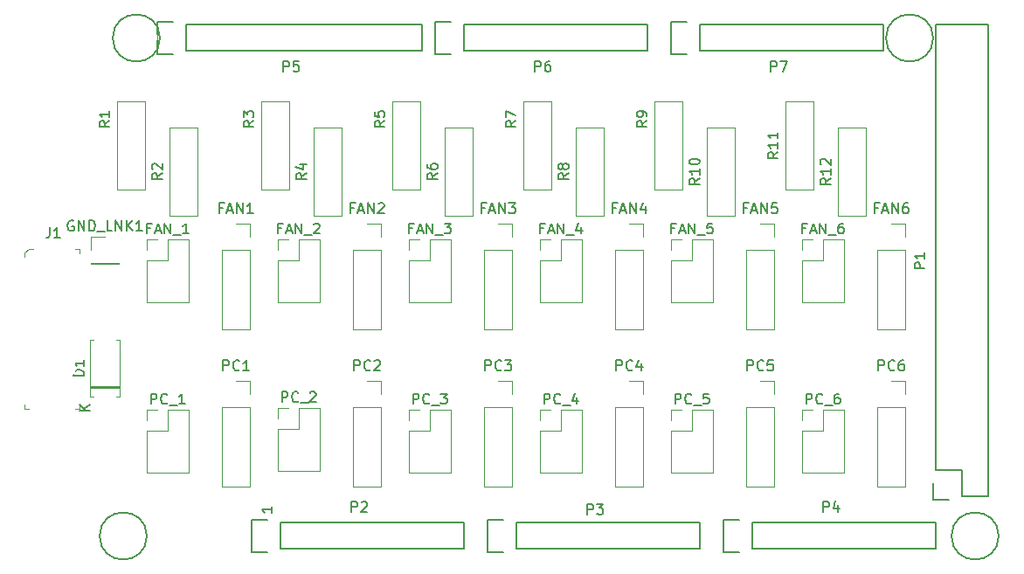
<source format=gto>
G04 #@! TF.GenerationSoftware,KiCad,Pcbnew,5.99.0+really5.1.10+dfsg1-1*
G04 #@! TF.CreationDate,2021-11-08T11:55:23-06:00*
G04 #@! TF.ProjectId,dell-fan,64656c6c-2d66-4616-9e2e-6b696361645f,rev?*
G04 #@! TF.SameCoordinates,Original*
G04 #@! TF.FileFunction,Legend,Top*
G04 #@! TF.FilePolarity,Positive*
%FSLAX46Y46*%
G04 Gerber Fmt 4.6, Leading zero omitted, Abs format (unit mm)*
G04 Created by KiCad (PCBNEW 5.99.0+really5.1.10+dfsg1-1) date 2021-11-08 11:55:23*
%MOMM*%
%LPD*%
G01*
G04 APERTURE LIST*
%ADD10C,0.150000*%
%ADD11C,0.100000*%
%ADD12C,0.120000*%
%ADD13C,2.000000*%
%ADD14C,1.600000*%
%ADD15R,1.700000X1.700000*%
%ADD16O,1.700000X1.700000*%
%ADD17O,1.350000X1.350000*%
%ADD18R,1.350000X1.350000*%
%ADD19R,1.800000X1.800000*%
%ADD20O,1.800000X1.800000*%
%ADD21C,1.727200*%
%ADD22O,1.727200X1.727200*%
%ADD23O,1.727200X2.032000*%
%ADD24C,4.064000*%
G04 APERTURE END LIST*
D10*
X131770380Y-116300285D02*
X131770380Y-116871714D01*
X131770380Y-116586000D02*
X130770380Y-116586000D01*
X130913238Y-116681238D01*
X131008476Y-116776476D01*
X131056095Y-116871714D01*
D11*
X107820000Y-91660000D02*
X108180000Y-91300000D01*
X113120000Y-106810000D02*
X113120000Y-106410000D01*
X113120000Y-106810000D02*
X112720000Y-106810000D01*
X107820000Y-106810000D02*
X108220000Y-106810000D01*
X107820000Y-106810000D02*
X107820000Y-106410000D01*
X107820000Y-91660000D02*
X107820000Y-92110000D01*
X108180000Y-91300000D02*
X108610000Y-91300000D01*
X113120000Y-91310000D02*
X113120000Y-91710000D01*
X113120000Y-91310000D02*
X112720000Y-91310000D01*
D12*
X173870000Y-88130000D02*
X173870000Y-79510000D01*
X176650000Y-88130000D02*
X176650000Y-79510000D01*
X173870000Y-88130000D02*
X176650000Y-88130000D01*
X173870000Y-79510000D02*
X176650000Y-79510000D01*
X114240000Y-90110000D02*
X115570000Y-90110000D01*
X114240000Y-91440000D02*
X114240000Y-90110000D01*
X114240000Y-92710000D02*
X116900000Y-92710000D01*
X116900000Y-92710000D02*
X116900000Y-92770000D01*
X114240000Y-92710000D02*
X114240000Y-92770000D01*
X114240000Y-92770000D02*
X116900000Y-92770000D01*
X190440000Y-91440000D02*
X193100000Y-91440000D01*
X190440000Y-91440000D02*
X190440000Y-99120000D01*
X190440000Y-99120000D02*
X193100000Y-99120000D01*
X193100000Y-91440000D02*
X193100000Y-99120000D01*
X193100000Y-88840000D02*
X193100000Y-90170000D01*
X191770000Y-88840000D02*
X193100000Y-88840000D01*
X177740000Y-91440000D02*
X180400000Y-91440000D01*
X177740000Y-91440000D02*
X177740000Y-99120000D01*
X177740000Y-99120000D02*
X180400000Y-99120000D01*
X180400000Y-91440000D02*
X180400000Y-99120000D01*
X180400000Y-88840000D02*
X180400000Y-90170000D01*
X179070000Y-88840000D02*
X180400000Y-88840000D01*
X165040000Y-91440000D02*
X167700000Y-91440000D01*
X165040000Y-91440000D02*
X165040000Y-99120000D01*
X165040000Y-99120000D02*
X167700000Y-99120000D01*
X167700000Y-91440000D02*
X167700000Y-99120000D01*
X167700000Y-88840000D02*
X167700000Y-90170000D01*
X166370000Y-88840000D02*
X167700000Y-88840000D01*
X152340000Y-91440000D02*
X155000000Y-91440000D01*
X152340000Y-91440000D02*
X152340000Y-99120000D01*
X152340000Y-99120000D02*
X155000000Y-99120000D01*
X155000000Y-91440000D02*
X155000000Y-99120000D01*
X155000000Y-88840000D02*
X155000000Y-90170000D01*
X153670000Y-88840000D02*
X155000000Y-88840000D01*
X139640000Y-91440000D02*
X142300000Y-91440000D01*
X139640000Y-91440000D02*
X139640000Y-99120000D01*
X139640000Y-99120000D02*
X142300000Y-99120000D01*
X142300000Y-91440000D02*
X142300000Y-99120000D01*
X142300000Y-88840000D02*
X142300000Y-90170000D01*
X140970000Y-88840000D02*
X142300000Y-88840000D01*
X126940000Y-91440000D02*
X129600000Y-91440000D01*
X126940000Y-91440000D02*
X126940000Y-99120000D01*
X126940000Y-99120000D02*
X129600000Y-99120000D01*
X129600000Y-91440000D02*
X129600000Y-99120000D01*
X129600000Y-88840000D02*
X129600000Y-90170000D01*
X128270000Y-88840000D02*
X129600000Y-88840000D01*
X183090000Y-113010000D02*
X187210000Y-113010000D01*
X183090000Y-108950000D02*
X183090000Y-113010000D01*
X187210000Y-106890000D02*
X187210000Y-113010000D01*
X183090000Y-108950000D02*
X185150000Y-108950000D01*
X185150000Y-108950000D02*
X185150000Y-106890000D01*
X185150000Y-106890000D02*
X187210000Y-106890000D01*
X183090000Y-107950000D02*
X183090000Y-106890000D01*
X183090000Y-106890000D02*
X184150000Y-106890000D01*
X170390000Y-113010000D02*
X174510000Y-113010000D01*
X170390000Y-108950000D02*
X170390000Y-113010000D01*
X174510000Y-106890000D02*
X174510000Y-113010000D01*
X170390000Y-108950000D02*
X172450000Y-108950000D01*
X172450000Y-108950000D02*
X172450000Y-106890000D01*
X172450000Y-106890000D02*
X174510000Y-106890000D01*
X170390000Y-107950000D02*
X170390000Y-106890000D01*
X170390000Y-106890000D02*
X171450000Y-106890000D01*
X157690000Y-113010000D02*
X161810000Y-113010000D01*
X157690000Y-108950000D02*
X157690000Y-113010000D01*
X161810000Y-106890000D02*
X161810000Y-113010000D01*
X157690000Y-108950000D02*
X159750000Y-108950000D01*
X159750000Y-108950000D02*
X159750000Y-106890000D01*
X159750000Y-106890000D02*
X161810000Y-106890000D01*
X157690000Y-107950000D02*
X157690000Y-106890000D01*
X157690000Y-106890000D02*
X158750000Y-106890000D01*
X144990000Y-113010000D02*
X149110000Y-113010000D01*
X144990000Y-108950000D02*
X144990000Y-113010000D01*
X149110000Y-106890000D02*
X149110000Y-113010000D01*
X144990000Y-108950000D02*
X147050000Y-108950000D01*
X147050000Y-108950000D02*
X147050000Y-106890000D01*
X147050000Y-106890000D02*
X149110000Y-106890000D01*
X144990000Y-107950000D02*
X144990000Y-106890000D01*
X144990000Y-106890000D02*
X146050000Y-106890000D01*
X190440000Y-106680000D02*
X193100000Y-106680000D01*
X190440000Y-106680000D02*
X190440000Y-114360000D01*
X190440000Y-114360000D02*
X193100000Y-114360000D01*
X193100000Y-106680000D02*
X193100000Y-114360000D01*
X193100000Y-104080000D02*
X193100000Y-105410000D01*
X191770000Y-104080000D02*
X193100000Y-104080000D01*
X177740000Y-106680000D02*
X180400000Y-106680000D01*
X177740000Y-106680000D02*
X177740000Y-114360000D01*
X177740000Y-114360000D02*
X180400000Y-114360000D01*
X180400000Y-106680000D02*
X180400000Y-114360000D01*
X180400000Y-104080000D02*
X180400000Y-105410000D01*
X179070000Y-104080000D02*
X180400000Y-104080000D01*
X165040000Y-106680000D02*
X167700000Y-106680000D01*
X165040000Y-106680000D02*
X165040000Y-114360000D01*
X165040000Y-114360000D02*
X167700000Y-114360000D01*
X167700000Y-106680000D02*
X167700000Y-114360000D01*
X167700000Y-104080000D02*
X167700000Y-105410000D01*
X166370000Y-104080000D02*
X167700000Y-104080000D01*
X152340000Y-106680000D02*
X155000000Y-106680000D01*
X152340000Y-106680000D02*
X152340000Y-114360000D01*
X152340000Y-114360000D02*
X155000000Y-114360000D01*
X155000000Y-106680000D02*
X155000000Y-114360000D01*
X155000000Y-104080000D02*
X155000000Y-105410000D01*
X153670000Y-104080000D02*
X155000000Y-104080000D01*
X139640000Y-106680000D02*
X142300000Y-106680000D01*
X139640000Y-106680000D02*
X139640000Y-114360000D01*
X139640000Y-114360000D02*
X142300000Y-114360000D01*
X142300000Y-106680000D02*
X142300000Y-114360000D01*
X142300000Y-104080000D02*
X142300000Y-105410000D01*
X140970000Y-104080000D02*
X142300000Y-104080000D01*
X184270000Y-76970000D02*
X184270000Y-85590000D01*
X181490000Y-76970000D02*
X181490000Y-85590000D01*
X184270000Y-76970000D02*
X181490000Y-76970000D01*
X184270000Y-85590000D02*
X181490000Y-85590000D01*
X186570000Y-88130000D02*
X186570000Y-79510000D01*
X189350000Y-88130000D02*
X189350000Y-79510000D01*
X186570000Y-88130000D02*
X189350000Y-88130000D01*
X186570000Y-79510000D02*
X189350000Y-79510000D01*
X171570000Y-76970000D02*
X171570000Y-85590000D01*
X168790000Y-76970000D02*
X168790000Y-85590000D01*
X171570000Y-76970000D02*
X168790000Y-76970000D01*
X171570000Y-85590000D02*
X168790000Y-85590000D01*
X161170000Y-88130000D02*
X161170000Y-79510000D01*
X163950000Y-88130000D02*
X163950000Y-79510000D01*
X161170000Y-88130000D02*
X163950000Y-88130000D01*
X161170000Y-79510000D02*
X163950000Y-79510000D01*
X158870000Y-76970000D02*
X158870000Y-85590000D01*
X156090000Y-76970000D02*
X156090000Y-85590000D01*
X158870000Y-76970000D02*
X156090000Y-76970000D01*
X158870000Y-85590000D02*
X156090000Y-85590000D01*
X148470000Y-88130000D02*
X148470000Y-79510000D01*
X151250000Y-88130000D02*
X151250000Y-79510000D01*
X148470000Y-88130000D02*
X151250000Y-88130000D01*
X148470000Y-79510000D02*
X151250000Y-79510000D01*
X146170000Y-76970000D02*
X146170000Y-85590000D01*
X143390000Y-76970000D02*
X143390000Y-85590000D01*
X146170000Y-76970000D02*
X143390000Y-76970000D01*
X146170000Y-85590000D02*
X143390000Y-85590000D01*
X135770000Y-88130000D02*
X135770000Y-79510000D01*
X138550000Y-88130000D02*
X138550000Y-79510000D01*
X135770000Y-88130000D02*
X138550000Y-88130000D01*
X135770000Y-79510000D02*
X138550000Y-79510000D01*
X133470000Y-76970000D02*
X133470000Y-85590000D01*
X130690000Y-76970000D02*
X130690000Y-85590000D01*
X133470000Y-76970000D02*
X130690000Y-76970000D01*
X133470000Y-85590000D02*
X130690000Y-85590000D01*
X132290000Y-112820000D02*
X136410000Y-112820000D01*
X132290000Y-108760000D02*
X132290000Y-112820000D01*
X136410000Y-106700000D02*
X136410000Y-112820000D01*
X132290000Y-108760000D02*
X134350000Y-108760000D01*
X134350000Y-108760000D02*
X134350000Y-106700000D01*
X134350000Y-106700000D02*
X136410000Y-106700000D01*
X132290000Y-107760000D02*
X132290000Y-106700000D01*
X132290000Y-106700000D02*
X133350000Y-106700000D01*
X126940000Y-106680000D02*
X129600000Y-106680000D01*
X126940000Y-106680000D02*
X126940000Y-114360000D01*
X126940000Y-114360000D02*
X129600000Y-114360000D01*
X129600000Y-106680000D02*
X129600000Y-114360000D01*
X129600000Y-104080000D02*
X129600000Y-105410000D01*
X128270000Y-104080000D02*
X129600000Y-104080000D01*
X183090000Y-96500000D02*
X187210000Y-96500000D01*
X183090000Y-92440000D02*
X183090000Y-96500000D01*
X187210000Y-90380000D02*
X187210000Y-96500000D01*
X183090000Y-92440000D02*
X185150000Y-92440000D01*
X185150000Y-92440000D02*
X185150000Y-90380000D01*
X185150000Y-90380000D02*
X187210000Y-90380000D01*
X183090000Y-91440000D02*
X183090000Y-90380000D01*
X183090000Y-90380000D02*
X184150000Y-90380000D01*
X170390000Y-96500000D02*
X174510000Y-96500000D01*
X170390000Y-92440000D02*
X170390000Y-96500000D01*
X174510000Y-90380000D02*
X174510000Y-96500000D01*
X170390000Y-92440000D02*
X172450000Y-92440000D01*
X172450000Y-92440000D02*
X172450000Y-90380000D01*
X172450000Y-90380000D02*
X174510000Y-90380000D01*
X170390000Y-91440000D02*
X170390000Y-90380000D01*
X170390000Y-90380000D02*
X171450000Y-90380000D01*
X157690000Y-96500000D02*
X161810000Y-96500000D01*
X157690000Y-92440000D02*
X157690000Y-96500000D01*
X161810000Y-90380000D02*
X161810000Y-96500000D01*
X157690000Y-92440000D02*
X159750000Y-92440000D01*
X159750000Y-92440000D02*
X159750000Y-90380000D01*
X159750000Y-90380000D02*
X161810000Y-90380000D01*
X157690000Y-91440000D02*
X157690000Y-90380000D01*
X157690000Y-90380000D02*
X158750000Y-90380000D01*
X144990000Y-96500000D02*
X149110000Y-96500000D01*
X144990000Y-92440000D02*
X144990000Y-96500000D01*
X149110000Y-90380000D02*
X149110000Y-96500000D01*
X144990000Y-92440000D02*
X147050000Y-92440000D01*
X147050000Y-92440000D02*
X147050000Y-90380000D01*
X147050000Y-90380000D02*
X149110000Y-90380000D01*
X144990000Y-91440000D02*
X144990000Y-90380000D01*
X144990000Y-90380000D02*
X146050000Y-90380000D01*
X132290000Y-96500000D02*
X136410000Y-96500000D01*
X132290000Y-92440000D02*
X132290000Y-96500000D01*
X136410000Y-90380000D02*
X136410000Y-96500000D01*
X132290000Y-92440000D02*
X134350000Y-92440000D01*
X134350000Y-92440000D02*
X134350000Y-90380000D01*
X134350000Y-90380000D02*
X136410000Y-90380000D01*
X132290000Y-91440000D02*
X132290000Y-90380000D01*
X132290000Y-90380000D02*
X133350000Y-90380000D01*
X114100000Y-104810000D02*
X117040000Y-104810000D01*
X114100000Y-104570000D02*
X117040000Y-104570000D01*
X114100000Y-104690000D02*
X117040000Y-104690000D01*
X117040000Y-100150000D02*
X116710000Y-100150000D01*
X117040000Y-105590000D02*
X117040000Y-100150000D01*
X116710000Y-105590000D02*
X117040000Y-105590000D01*
X114100000Y-100150000D02*
X114430000Y-100150000D01*
X114100000Y-105590000D02*
X114100000Y-100150000D01*
X114430000Y-105590000D02*
X114100000Y-105590000D01*
X121800000Y-88130000D02*
X121800000Y-79510000D01*
X124580000Y-88130000D02*
X124580000Y-79510000D01*
X121800000Y-88130000D02*
X124580000Y-88130000D01*
X121800000Y-79510000D02*
X124580000Y-79510000D01*
X119590000Y-113010000D02*
X123710000Y-113010000D01*
X119590000Y-108950000D02*
X119590000Y-113010000D01*
X123710000Y-106890000D02*
X123710000Y-113010000D01*
X119590000Y-108950000D02*
X121650000Y-108950000D01*
X121650000Y-108950000D02*
X121650000Y-106890000D01*
X121650000Y-106890000D02*
X123710000Y-106890000D01*
X119590000Y-107950000D02*
X119590000Y-106890000D01*
X119590000Y-106890000D02*
X120650000Y-106890000D01*
X119590000Y-96500000D02*
X123710000Y-96500000D01*
X119590000Y-92440000D02*
X119590000Y-96500000D01*
X123710000Y-90380000D02*
X123710000Y-96500000D01*
X119590000Y-92440000D02*
X121650000Y-92440000D01*
X121650000Y-92440000D02*
X121650000Y-90380000D01*
X121650000Y-90380000D02*
X123710000Y-90380000D01*
X119590000Y-91440000D02*
X119590000Y-90380000D01*
X119590000Y-90380000D02*
X120650000Y-90380000D01*
X119500000Y-85590000D02*
X116720000Y-85590000D01*
X119500000Y-76970000D02*
X116720000Y-76970000D01*
X116720000Y-76970000D02*
X116720000Y-85590000D01*
X119500000Y-76970000D02*
X119500000Y-85590000D01*
D10*
X201168000Y-115316000D02*
X201168000Y-69596000D01*
X196088000Y-69596000D02*
X196088000Y-112776000D01*
X201168000Y-69596000D02*
X196088000Y-69596000D01*
X201168000Y-115316000D02*
X198628000Y-115316000D01*
X195808000Y-114046000D02*
X195808000Y-115596000D01*
X198628000Y-115316000D02*
X198628000Y-112776000D01*
X198628000Y-112776000D02*
X196088000Y-112776000D01*
X195808000Y-115596000D02*
X197358000Y-115596000D01*
X132588000Y-120396000D02*
X150368000Y-120396000D01*
X150368000Y-120396000D02*
X150368000Y-117856000D01*
X150368000Y-117856000D02*
X132588000Y-117856000D01*
X129768000Y-120676000D02*
X131318000Y-120676000D01*
X132588000Y-120396000D02*
X132588000Y-117856000D01*
X131318000Y-117576000D02*
X129768000Y-117576000D01*
X129768000Y-117576000D02*
X129768000Y-120676000D01*
X155448000Y-120396000D02*
X173228000Y-120396000D01*
X173228000Y-120396000D02*
X173228000Y-117856000D01*
X173228000Y-117856000D02*
X155448000Y-117856000D01*
X152628000Y-120676000D02*
X154178000Y-120676000D01*
X155448000Y-120396000D02*
X155448000Y-117856000D01*
X154178000Y-117576000D02*
X152628000Y-117576000D01*
X152628000Y-117576000D02*
X152628000Y-120676000D01*
X178308000Y-120396000D02*
X196088000Y-120396000D01*
X196088000Y-120396000D02*
X196088000Y-117856000D01*
X196088000Y-117856000D02*
X178308000Y-117856000D01*
X175488000Y-120676000D02*
X177038000Y-120676000D01*
X178308000Y-120396000D02*
X178308000Y-117856000D01*
X177038000Y-117576000D02*
X175488000Y-117576000D01*
X175488000Y-117576000D02*
X175488000Y-120676000D01*
X123444000Y-72136000D02*
X146304000Y-72136000D01*
X146304000Y-72136000D02*
X146304000Y-69596000D01*
X146304000Y-69596000D02*
X123444000Y-69596000D01*
X120624000Y-72416000D02*
X122174000Y-72416000D01*
X123444000Y-72136000D02*
X123444000Y-69596000D01*
X122174000Y-69316000D02*
X120624000Y-69316000D01*
X120624000Y-69316000D02*
X120624000Y-72416000D01*
X150368000Y-72136000D02*
X168148000Y-72136000D01*
X168148000Y-72136000D02*
X168148000Y-69596000D01*
X168148000Y-69596000D02*
X150368000Y-69596000D01*
X147548000Y-72416000D02*
X149098000Y-72416000D01*
X150368000Y-72136000D02*
X150368000Y-69596000D01*
X149098000Y-69316000D02*
X147548000Y-69316000D01*
X147548000Y-69316000D02*
X147548000Y-72416000D01*
X173228000Y-72136000D02*
X191008000Y-72136000D01*
X191008000Y-72136000D02*
X191008000Y-69596000D01*
X191008000Y-69596000D02*
X173228000Y-69596000D01*
X170408000Y-72416000D02*
X171958000Y-72416000D01*
X173228000Y-72136000D02*
X173228000Y-69596000D01*
X171958000Y-69316000D02*
X170408000Y-69316000D01*
X170408000Y-69316000D02*
X170408000Y-72416000D01*
X119634000Y-119126000D02*
G75*
G03*
X119634000Y-119126000I-2286000J0D01*
G01*
X202184000Y-119126000D02*
G75*
G03*
X202184000Y-119126000I-2286000J0D01*
G01*
X120904000Y-70866000D02*
G75*
G03*
X120904000Y-70866000I-2286000J0D01*
G01*
X195834000Y-70866000D02*
G75*
G03*
X195834000Y-70866000I-2286000J0D01*
G01*
X110236666Y-89232380D02*
X110236666Y-89946666D01*
X110189047Y-90089523D01*
X110093809Y-90184761D01*
X109950952Y-90232380D01*
X109855714Y-90232380D01*
X111236666Y-90232380D02*
X110665238Y-90232380D01*
X110950952Y-90232380D02*
X110950952Y-89232380D01*
X110855714Y-89375238D01*
X110760476Y-89470476D01*
X110665238Y-89518095D01*
X173192380Y-84462857D02*
X172716190Y-84796190D01*
X173192380Y-85034285D02*
X172192380Y-85034285D01*
X172192380Y-84653333D01*
X172240000Y-84558095D01*
X172287619Y-84510476D01*
X172382857Y-84462857D01*
X172525714Y-84462857D01*
X172620952Y-84510476D01*
X172668571Y-84558095D01*
X172716190Y-84653333D01*
X172716190Y-85034285D01*
X173192380Y-83510476D02*
X173192380Y-84081904D01*
X173192380Y-83796190D02*
X172192380Y-83796190D01*
X172335238Y-83891428D01*
X172430476Y-83986666D01*
X172478095Y-84081904D01*
X172192380Y-82891428D02*
X172192380Y-82796190D01*
X172240000Y-82700952D01*
X172287619Y-82653333D01*
X172382857Y-82605714D01*
X172573333Y-82558095D01*
X172811428Y-82558095D01*
X173001904Y-82605714D01*
X173097142Y-82653333D01*
X173144761Y-82700952D01*
X173192380Y-82796190D01*
X173192380Y-82891428D01*
X173144761Y-82986666D01*
X173097142Y-83034285D01*
X173001904Y-83081904D01*
X172811428Y-83129523D01*
X172573333Y-83129523D01*
X172382857Y-83081904D01*
X172287619Y-83034285D01*
X172240000Y-82986666D01*
X172192380Y-82891428D01*
X112522380Y-88610000D02*
X112427142Y-88562380D01*
X112284285Y-88562380D01*
X112141428Y-88610000D01*
X112046190Y-88705238D01*
X111998571Y-88800476D01*
X111950952Y-88990952D01*
X111950952Y-89133809D01*
X111998571Y-89324285D01*
X112046190Y-89419523D01*
X112141428Y-89514761D01*
X112284285Y-89562380D01*
X112379523Y-89562380D01*
X112522380Y-89514761D01*
X112570000Y-89467142D01*
X112570000Y-89133809D01*
X112379523Y-89133809D01*
X112998571Y-89562380D02*
X112998571Y-88562380D01*
X113570000Y-89562380D01*
X113570000Y-88562380D01*
X114046190Y-89562380D02*
X114046190Y-88562380D01*
X114284285Y-88562380D01*
X114427142Y-88610000D01*
X114522380Y-88705238D01*
X114570000Y-88800476D01*
X114617619Y-88990952D01*
X114617619Y-89133809D01*
X114570000Y-89324285D01*
X114522380Y-89419523D01*
X114427142Y-89514761D01*
X114284285Y-89562380D01*
X114046190Y-89562380D01*
X114808095Y-89657619D02*
X115570000Y-89657619D01*
X116284285Y-89562380D02*
X115808095Y-89562380D01*
X115808095Y-88562380D01*
X116617619Y-89562380D02*
X116617619Y-88562380D01*
X117189047Y-89562380D01*
X117189047Y-88562380D01*
X117665238Y-89562380D02*
X117665238Y-88562380D01*
X118236666Y-89562380D02*
X117808095Y-88990952D01*
X118236666Y-88562380D02*
X117665238Y-89133809D01*
X119189047Y-89562380D02*
X118617619Y-89562380D01*
X118903333Y-89562380D02*
X118903333Y-88562380D01*
X118808095Y-88705238D01*
X118712857Y-88800476D01*
X118617619Y-88848095D01*
X190484285Y-87328571D02*
X190150952Y-87328571D01*
X190150952Y-87852380D02*
X190150952Y-86852380D01*
X190627142Y-86852380D01*
X190960476Y-87566666D02*
X191436666Y-87566666D01*
X190865238Y-87852380D02*
X191198571Y-86852380D01*
X191531904Y-87852380D01*
X191865238Y-87852380D02*
X191865238Y-86852380D01*
X192436666Y-87852380D01*
X192436666Y-86852380D01*
X193341428Y-86852380D02*
X193150952Y-86852380D01*
X193055714Y-86900000D01*
X193008095Y-86947619D01*
X192912857Y-87090476D01*
X192865238Y-87280952D01*
X192865238Y-87661904D01*
X192912857Y-87757142D01*
X192960476Y-87804761D01*
X193055714Y-87852380D01*
X193246190Y-87852380D01*
X193341428Y-87804761D01*
X193389047Y-87757142D01*
X193436666Y-87661904D01*
X193436666Y-87423809D01*
X193389047Y-87328571D01*
X193341428Y-87280952D01*
X193246190Y-87233333D01*
X193055714Y-87233333D01*
X192960476Y-87280952D01*
X192912857Y-87328571D01*
X192865238Y-87423809D01*
X177784285Y-87328571D02*
X177450952Y-87328571D01*
X177450952Y-87852380D02*
X177450952Y-86852380D01*
X177927142Y-86852380D01*
X178260476Y-87566666D02*
X178736666Y-87566666D01*
X178165238Y-87852380D02*
X178498571Y-86852380D01*
X178831904Y-87852380D01*
X179165238Y-87852380D02*
X179165238Y-86852380D01*
X179736666Y-87852380D01*
X179736666Y-86852380D01*
X180689047Y-86852380D02*
X180212857Y-86852380D01*
X180165238Y-87328571D01*
X180212857Y-87280952D01*
X180308095Y-87233333D01*
X180546190Y-87233333D01*
X180641428Y-87280952D01*
X180689047Y-87328571D01*
X180736666Y-87423809D01*
X180736666Y-87661904D01*
X180689047Y-87757142D01*
X180641428Y-87804761D01*
X180546190Y-87852380D01*
X180308095Y-87852380D01*
X180212857Y-87804761D01*
X180165238Y-87757142D01*
X165084285Y-87328571D02*
X164750952Y-87328571D01*
X164750952Y-87852380D02*
X164750952Y-86852380D01*
X165227142Y-86852380D01*
X165560476Y-87566666D02*
X166036666Y-87566666D01*
X165465238Y-87852380D02*
X165798571Y-86852380D01*
X166131904Y-87852380D01*
X166465238Y-87852380D02*
X166465238Y-86852380D01*
X167036666Y-87852380D01*
X167036666Y-86852380D01*
X167941428Y-87185714D02*
X167941428Y-87852380D01*
X167703333Y-86804761D02*
X167465238Y-87519047D01*
X168084285Y-87519047D01*
X152384285Y-87328571D02*
X152050952Y-87328571D01*
X152050952Y-87852380D02*
X152050952Y-86852380D01*
X152527142Y-86852380D01*
X152860476Y-87566666D02*
X153336666Y-87566666D01*
X152765238Y-87852380D02*
X153098571Y-86852380D01*
X153431904Y-87852380D01*
X153765238Y-87852380D02*
X153765238Y-86852380D01*
X154336666Y-87852380D01*
X154336666Y-86852380D01*
X154717619Y-86852380D02*
X155336666Y-86852380D01*
X155003333Y-87233333D01*
X155146190Y-87233333D01*
X155241428Y-87280952D01*
X155289047Y-87328571D01*
X155336666Y-87423809D01*
X155336666Y-87661904D01*
X155289047Y-87757142D01*
X155241428Y-87804761D01*
X155146190Y-87852380D01*
X154860476Y-87852380D01*
X154765238Y-87804761D01*
X154717619Y-87757142D01*
X139684285Y-87328571D02*
X139350952Y-87328571D01*
X139350952Y-87852380D02*
X139350952Y-86852380D01*
X139827142Y-86852380D01*
X140160476Y-87566666D02*
X140636666Y-87566666D01*
X140065238Y-87852380D02*
X140398571Y-86852380D01*
X140731904Y-87852380D01*
X141065238Y-87852380D02*
X141065238Y-86852380D01*
X141636666Y-87852380D01*
X141636666Y-86852380D01*
X142065238Y-86947619D02*
X142112857Y-86900000D01*
X142208095Y-86852380D01*
X142446190Y-86852380D01*
X142541428Y-86900000D01*
X142589047Y-86947619D01*
X142636666Y-87042857D01*
X142636666Y-87138095D01*
X142589047Y-87280952D01*
X142017619Y-87852380D01*
X142636666Y-87852380D01*
X126984285Y-87328571D02*
X126650952Y-87328571D01*
X126650952Y-87852380D02*
X126650952Y-86852380D01*
X127127142Y-86852380D01*
X127460476Y-87566666D02*
X127936666Y-87566666D01*
X127365238Y-87852380D02*
X127698571Y-86852380D01*
X128031904Y-87852380D01*
X128365238Y-87852380D02*
X128365238Y-86852380D01*
X128936666Y-87852380D01*
X128936666Y-86852380D01*
X129936666Y-87852380D02*
X129365238Y-87852380D01*
X129650952Y-87852380D02*
X129650952Y-86852380D01*
X129555714Y-86995238D01*
X129460476Y-87090476D01*
X129365238Y-87138095D01*
X183530952Y-106342380D02*
X183530952Y-105342380D01*
X183911904Y-105342380D01*
X184007142Y-105390000D01*
X184054761Y-105437619D01*
X184102380Y-105532857D01*
X184102380Y-105675714D01*
X184054761Y-105770952D01*
X184007142Y-105818571D01*
X183911904Y-105866190D01*
X183530952Y-105866190D01*
X185102380Y-106247142D02*
X185054761Y-106294761D01*
X184911904Y-106342380D01*
X184816666Y-106342380D01*
X184673809Y-106294761D01*
X184578571Y-106199523D01*
X184530952Y-106104285D01*
X184483333Y-105913809D01*
X184483333Y-105770952D01*
X184530952Y-105580476D01*
X184578571Y-105485238D01*
X184673809Y-105390000D01*
X184816666Y-105342380D01*
X184911904Y-105342380D01*
X185054761Y-105390000D01*
X185102380Y-105437619D01*
X185292857Y-106437619D02*
X186054761Y-106437619D01*
X186721428Y-105342380D02*
X186530952Y-105342380D01*
X186435714Y-105390000D01*
X186388095Y-105437619D01*
X186292857Y-105580476D01*
X186245238Y-105770952D01*
X186245238Y-106151904D01*
X186292857Y-106247142D01*
X186340476Y-106294761D01*
X186435714Y-106342380D01*
X186626190Y-106342380D01*
X186721428Y-106294761D01*
X186769047Y-106247142D01*
X186816666Y-106151904D01*
X186816666Y-105913809D01*
X186769047Y-105818571D01*
X186721428Y-105770952D01*
X186626190Y-105723333D01*
X186435714Y-105723333D01*
X186340476Y-105770952D01*
X186292857Y-105818571D01*
X186245238Y-105913809D01*
X170830952Y-106342380D02*
X170830952Y-105342380D01*
X171211904Y-105342380D01*
X171307142Y-105390000D01*
X171354761Y-105437619D01*
X171402380Y-105532857D01*
X171402380Y-105675714D01*
X171354761Y-105770952D01*
X171307142Y-105818571D01*
X171211904Y-105866190D01*
X170830952Y-105866190D01*
X172402380Y-106247142D02*
X172354761Y-106294761D01*
X172211904Y-106342380D01*
X172116666Y-106342380D01*
X171973809Y-106294761D01*
X171878571Y-106199523D01*
X171830952Y-106104285D01*
X171783333Y-105913809D01*
X171783333Y-105770952D01*
X171830952Y-105580476D01*
X171878571Y-105485238D01*
X171973809Y-105390000D01*
X172116666Y-105342380D01*
X172211904Y-105342380D01*
X172354761Y-105390000D01*
X172402380Y-105437619D01*
X172592857Y-106437619D02*
X173354761Y-106437619D01*
X174069047Y-105342380D02*
X173592857Y-105342380D01*
X173545238Y-105818571D01*
X173592857Y-105770952D01*
X173688095Y-105723333D01*
X173926190Y-105723333D01*
X174021428Y-105770952D01*
X174069047Y-105818571D01*
X174116666Y-105913809D01*
X174116666Y-106151904D01*
X174069047Y-106247142D01*
X174021428Y-106294761D01*
X173926190Y-106342380D01*
X173688095Y-106342380D01*
X173592857Y-106294761D01*
X173545238Y-106247142D01*
X158130952Y-106342380D02*
X158130952Y-105342380D01*
X158511904Y-105342380D01*
X158607142Y-105390000D01*
X158654761Y-105437619D01*
X158702380Y-105532857D01*
X158702380Y-105675714D01*
X158654761Y-105770952D01*
X158607142Y-105818571D01*
X158511904Y-105866190D01*
X158130952Y-105866190D01*
X159702380Y-106247142D02*
X159654761Y-106294761D01*
X159511904Y-106342380D01*
X159416666Y-106342380D01*
X159273809Y-106294761D01*
X159178571Y-106199523D01*
X159130952Y-106104285D01*
X159083333Y-105913809D01*
X159083333Y-105770952D01*
X159130952Y-105580476D01*
X159178571Y-105485238D01*
X159273809Y-105390000D01*
X159416666Y-105342380D01*
X159511904Y-105342380D01*
X159654761Y-105390000D01*
X159702380Y-105437619D01*
X159892857Y-106437619D02*
X160654761Y-106437619D01*
X161321428Y-105675714D02*
X161321428Y-106342380D01*
X161083333Y-105294761D02*
X160845238Y-106009047D01*
X161464285Y-106009047D01*
X145430952Y-106342380D02*
X145430952Y-105342380D01*
X145811904Y-105342380D01*
X145907142Y-105390000D01*
X145954761Y-105437619D01*
X146002380Y-105532857D01*
X146002380Y-105675714D01*
X145954761Y-105770952D01*
X145907142Y-105818571D01*
X145811904Y-105866190D01*
X145430952Y-105866190D01*
X147002380Y-106247142D02*
X146954761Y-106294761D01*
X146811904Y-106342380D01*
X146716666Y-106342380D01*
X146573809Y-106294761D01*
X146478571Y-106199523D01*
X146430952Y-106104285D01*
X146383333Y-105913809D01*
X146383333Y-105770952D01*
X146430952Y-105580476D01*
X146478571Y-105485238D01*
X146573809Y-105390000D01*
X146716666Y-105342380D01*
X146811904Y-105342380D01*
X146954761Y-105390000D01*
X147002380Y-105437619D01*
X147192857Y-106437619D02*
X147954761Y-106437619D01*
X148097619Y-105342380D02*
X148716666Y-105342380D01*
X148383333Y-105723333D01*
X148526190Y-105723333D01*
X148621428Y-105770952D01*
X148669047Y-105818571D01*
X148716666Y-105913809D01*
X148716666Y-106151904D01*
X148669047Y-106247142D01*
X148621428Y-106294761D01*
X148526190Y-106342380D01*
X148240476Y-106342380D01*
X148145238Y-106294761D01*
X148097619Y-106247142D01*
X190531904Y-103092380D02*
X190531904Y-102092380D01*
X190912857Y-102092380D01*
X191008095Y-102140000D01*
X191055714Y-102187619D01*
X191103333Y-102282857D01*
X191103333Y-102425714D01*
X191055714Y-102520952D01*
X191008095Y-102568571D01*
X190912857Y-102616190D01*
X190531904Y-102616190D01*
X192103333Y-102997142D02*
X192055714Y-103044761D01*
X191912857Y-103092380D01*
X191817619Y-103092380D01*
X191674761Y-103044761D01*
X191579523Y-102949523D01*
X191531904Y-102854285D01*
X191484285Y-102663809D01*
X191484285Y-102520952D01*
X191531904Y-102330476D01*
X191579523Y-102235238D01*
X191674761Y-102140000D01*
X191817619Y-102092380D01*
X191912857Y-102092380D01*
X192055714Y-102140000D01*
X192103333Y-102187619D01*
X192960476Y-102092380D02*
X192770000Y-102092380D01*
X192674761Y-102140000D01*
X192627142Y-102187619D01*
X192531904Y-102330476D01*
X192484285Y-102520952D01*
X192484285Y-102901904D01*
X192531904Y-102997142D01*
X192579523Y-103044761D01*
X192674761Y-103092380D01*
X192865238Y-103092380D01*
X192960476Y-103044761D01*
X193008095Y-102997142D01*
X193055714Y-102901904D01*
X193055714Y-102663809D01*
X193008095Y-102568571D01*
X192960476Y-102520952D01*
X192865238Y-102473333D01*
X192674761Y-102473333D01*
X192579523Y-102520952D01*
X192531904Y-102568571D01*
X192484285Y-102663809D01*
X177831904Y-103092380D02*
X177831904Y-102092380D01*
X178212857Y-102092380D01*
X178308095Y-102140000D01*
X178355714Y-102187619D01*
X178403333Y-102282857D01*
X178403333Y-102425714D01*
X178355714Y-102520952D01*
X178308095Y-102568571D01*
X178212857Y-102616190D01*
X177831904Y-102616190D01*
X179403333Y-102997142D02*
X179355714Y-103044761D01*
X179212857Y-103092380D01*
X179117619Y-103092380D01*
X178974761Y-103044761D01*
X178879523Y-102949523D01*
X178831904Y-102854285D01*
X178784285Y-102663809D01*
X178784285Y-102520952D01*
X178831904Y-102330476D01*
X178879523Y-102235238D01*
X178974761Y-102140000D01*
X179117619Y-102092380D01*
X179212857Y-102092380D01*
X179355714Y-102140000D01*
X179403333Y-102187619D01*
X180308095Y-102092380D02*
X179831904Y-102092380D01*
X179784285Y-102568571D01*
X179831904Y-102520952D01*
X179927142Y-102473333D01*
X180165238Y-102473333D01*
X180260476Y-102520952D01*
X180308095Y-102568571D01*
X180355714Y-102663809D01*
X180355714Y-102901904D01*
X180308095Y-102997142D01*
X180260476Y-103044761D01*
X180165238Y-103092380D01*
X179927142Y-103092380D01*
X179831904Y-103044761D01*
X179784285Y-102997142D01*
X165131904Y-103092380D02*
X165131904Y-102092380D01*
X165512857Y-102092380D01*
X165608095Y-102140000D01*
X165655714Y-102187619D01*
X165703333Y-102282857D01*
X165703333Y-102425714D01*
X165655714Y-102520952D01*
X165608095Y-102568571D01*
X165512857Y-102616190D01*
X165131904Y-102616190D01*
X166703333Y-102997142D02*
X166655714Y-103044761D01*
X166512857Y-103092380D01*
X166417619Y-103092380D01*
X166274761Y-103044761D01*
X166179523Y-102949523D01*
X166131904Y-102854285D01*
X166084285Y-102663809D01*
X166084285Y-102520952D01*
X166131904Y-102330476D01*
X166179523Y-102235238D01*
X166274761Y-102140000D01*
X166417619Y-102092380D01*
X166512857Y-102092380D01*
X166655714Y-102140000D01*
X166703333Y-102187619D01*
X167560476Y-102425714D02*
X167560476Y-103092380D01*
X167322380Y-102044761D02*
X167084285Y-102759047D01*
X167703333Y-102759047D01*
X152431904Y-103092380D02*
X152431904Y-102092380D01*
X152812857Y-102092380D01*
X152908095Y-102140000D01*
X152955714Y-102187619D01*
X153003333Y-102282857D01*
X153003333Y-102425714D01*
X152955714Y-102520952D01*
X152908095Y-102568571D01*
X152812857Y-102616190D01*
X152431904Y-102616190D01*
X154003333Y-102997142D02*
X153955714Y-103044761D01*
X153812857Y-103092380D01*
X153717619Y-103092380D01*
X153574761Y-103044761D01*
X153479523Y-102949523D01*
X153431904Y-102854285D01*
X153384285Y-102663809D01*
X153384285Y-102520952D01*
X153431904Y-102330476D01*
X153479523Y-102235238D01*
X153574761Y-102140000D01*
X153717619Y-102092380D01*
X153812857Y-102092380D01*
X153955714Y-102140000D01*
X154003333Y-102187619D01*
X154336666Y-102092380D02*
X154955714Y-102092380D01*
X154622380Y-102473333D01*
X154765238Y-102473333D01*
X154860476Y-102520952D01*
X154908095Y-102568571D01*
X154955714Y-102663809D01*
X154955714Y-102901904D01*
X154908095Y-102997142D01*
X154860476Y-103044761D01*
X154765238Y-103092380D01*
X154479523Y-103092380D01*
X154384285Y-103044761D01*
X154336666Y-102997142D01*
X139731904Y-103092380D02*
X139731904Y-102092380D01*
X140112857Y-102092380D01*
X140208095Y-102140000D01*
X140255714Y-102187619D01*
X140303333Y-102282857D01*
X140303333Y-102425714D01*
X140255714Y-102520952D01*
X140208095Y-102568571D01*
X140112857Y-102616190D01*
X139731904Y-102616190D01*
X141303333Y-102997142D02*
X141255714Y-103044761D01*
X141112857Y-103092380D01*
X141017619Y-103092380D01*
X140874761Y-103044761D01*
X140779523Y-102949523D01*
X140731904Y-102854285D01*
X140684285Y-102663809D01*
X140684285Y-102520952D01*
X140731904Y-102330476D01*
X140779523Y-102235238D01*
X140874761Y-102140000D01*
X141017619Y-102092380D01*
X141112857Y-102092380D01*
X141255714Y-102140000D01*
X141303333Y-102187619D01*
X141684285Y-102187619D02*
X141731904Y-102140000D01*
X141827142Y-102092380D01*
X142065238Y-102092380D01*
X142160476Y-102140000D01*
X142208095Y-102187619D01*
X142255714Y-102282857D01*
X142255714Y-102378095D01*
X142208095Y-102520952D01*
X141636666Y-103092380D01*
X142255714Y-103092380D01*
X180792380Y-81922857D02*
X180316190Y-82256190D01*
X180792380Y-82494285D02*
X179792380Y-82494285D01*
X179792380Y-82113333D01*
X179840000Y-82018095D01*
X179887619Y-81970476D01*
X179982857Y-81922857D01*
X180125714Y-81922857D01*
X180220952Y-81970476D01*
X180268571Y-82018095D01*
X180316190Y-82113333D01*
X180316190Y-82494285D01*
X180792380Y-80970476D02*
X180792380Y-81541904D01*
X180792380Y-81256190D02*
X179792380Y-81256190D01*
X179935238Y-81351428D01*
X180030476Y-81446666D01*
X180078095Y-81541904D01*
X180792380Y-80018095D02*
X180792380Y-80589523D01*
X180792380Y-80303809D02*
X179792380Y-80303809D01*
X179935238Y-80399047D01*
X180030476Y-80494285D01*
X180078095Y-80589523D01*
X185892380Y-84462857D02*
X185416190Y-84796190D01*
X185892380Y-85034285D02*
X184892380Y-85034285D01*
X184892380Y-84653333D01*
X184940000Y-84558095D01*
X184987619Y-84510476D01*
X185082857Y-84462857D01*
X185225714Y-84462857D01*
X185320952Y-84510476D01*
X185368571Y-84558095D01*
X185416190Y-84653333D01*
X185416190Y-85034285D01*
X185892380Y-83510476D02*
X185892380Y-84081904D01*
X185892380Y-83796190D02*
X184892380Y-83796190D01*
X185035238Y-83891428D01*
X185130476Y-83986666D01*
X185178095Y-84081904D01*
X184987619Y-83129523D02*
X184940000Y-83081904D01*
X184892380Y-82986666D01*
X184892380Y-82748571D01*
X184940000Y-82653333D01*
X184987619Y-82605714D01*
X185082857Y-82558095D01*
X185178095Y-82558095D01*
X185320952Y-82605714D01*
X185892380Y-83177142D01*
X185892380Y-82558095D01*
X168092380Y-78906666D02*
X167616190Y-79240000D01*
X168092380Y-79478095D02*
X167092380Y-79478095D01*
X167092380Y-79097142D01*
X167140000Y-79001904D01*
X167187619Y-78954285D01*
X167282857Y-78906666D01*
X167425714Y-78906666D01*
X167520952Y-78954285D01*
X167568571Y-79001904D01*
X167616190Y-79097142D01*
X167616190Y-79478095D01*
X168092380Y-78430476D02*
X168092380Y-78240000D01*
X168044761Y-78144761D01*
X167997142Y-78097142D01*
X167854285Y-78001904D01*
X167663809Y-77954285D01*
X167282857Y-77954285D01*
X167187619Y-78001904D01*
X167140000Y-78049523D01*
X167092380Y-78144761D01*
X167092380Y-78335238D01*
X167140000Y-78430476D01*
X167187619Y-78478095D01*
X167282857Y-78525714D01*
X167520952Y-78525714D01*
X167616190Y-78478095D01*
X167663809Y-78430476D01*
X167711428Y-78335238D01*
X167711428Y-78144761D01*
X167663809Y-78049523D01*
X167616190Y-78001904D01*
X167520952Y-77954285D01*
X160492380Y-83986666D02*
X160016190Y-84320000D01*
X160492380Y-84558095D02*
X159492380Y-84558095D01*
X159492380Y-84177142D01*
X159540000Y-84081904D01*
X159587619Y-84034285D01*
X159682857Y-83986666D01*
X159825714Y-83986666D01*
X159920952Y-84034285D01*
X159968571Y-84081904D01*
X160016190Y-84177142D01*
X160016190Y-84558095D01*
X159920952Y-83415238D02*
X159873333Y-83510476D01*
X159825714Y-83558095D01*
X159730476Y-83605714D01*
X159682857Y-83605714D01*
X159587619Y-83558095D01*
X159540000Y-83510476D01*
X159492380Y-83415238D01*
X159492380Y-83224761D01*
X159540000Y-83129523D01*
X159587619Y-83081904D01*
X159682857Y-83034285D01*
X159730476Y-83034285D01*
X159825714Y-83081904D01*
X159873333Y-83129523D01*
X159920952Y-83224761D01*
X159920952Y-83415238D01*
X159968571Y-83510476D01*
X160016190Y-83558095D01*
X160111428Y-83605714D01*
X160301904Y-83605714D01*
X160397142Y-83558095D01*
X160444761Y-83510476D01*
X160492380Y-83415238D01*
X160492380Y-83224761D01*
X160444761Y-83129523D01*
X160397142Y-83081904D01*
X160301904Y-83034285D01*
X160111428Y-83034285D01*
X160016190Y-83081904D01*
X159968571Y-83129523D01*
X159920952Y-83224761D01*
X155392380Y-78906666D02*
X154916190Y-79240000D01*
X155392380Y-79478095D02*
X154392380Y-79478095D01*
X154392380Y-79097142D01*
X154440000Y-79001904D01*
X154487619Y-78954285D01*
X154582857Y-78906666D01*
X154725714Y-78906666D01*
X154820952Y-78954285D01*
X154868571Y-79001904D01*
X154916190Y-79097142D01*
X154916190Y-79478095D01*
X154392380Y-78573333D02*
X154392380Y-77906666D01*
X155392380Y-78335238D01*
X147792380Y-83986666D02*
X147316190Y-84320000D01*
X147792380Y-84558095D02*
X146792380Y-84558095D01*
X146792380Y-84177142D01*
X146840000Y-84081904D01*
X146887619Y-84034285D01*
X146982857Y-83986666D01*
X147125714Y-83986666D01*
X147220952Y-84034285D01*
X147268571Y-84081904D01*
X147316190Y-84177142D01*
X147316190Y-84558095D01*
X146792380Y-83129523D02*
X146792380Y-83320000D01*
X146840000Y-83415238D01*
X146887619Y-83462857D01*
X147030476Y-83558095D01*
X147220952Y-83605714D01*
X147601904Y-83605714D01*
X147697142Y-83558095D01*
X147744761Y-83510476D01*
X147792380Y-83415238D01*
X147792380Y-83224761D01*
X147744761Y-83129523D01*
X147697142Y-83081904D01*
X147601904Y-83034285D01*
X147363809Y-83034285D01*
X147268571Y-83081904D01*
X147220952Y-83129523D01*
X147173333Y-83224761D01*
X147173333Y-83415238D01*
X147220952Y-83510476D01*
X147268571Y-83558095D01*
X147363809Y-83605714D01*
X142692380Y-78906666D02*
X142216190Y-79240000D01*
X142692380Y-79478095D02*
X141692380Y-79478095D01*
X141692380Y-79097142D01*
X141740000Y-79001904D01*
X141787619Y-78954285D01*
X141882857Y-78906666D01*
X142025714Y-78906666D01*
X142120952Y-78954285D01*
X142168571Y-79001904D01*
X142216190Y-79097142D01*
X142216190Y-79478095D01*
X141692380Y-78001904D02*
X141692380Y-78478095D01*
X142168571Y-78525714D01*
X142120952Y-78478095D01*
X142073333Y-78382857D01*
X142073333Y-78144761D01*
X142120952Y-78049523D01*
X142168571Y-78001904D01*
X142263809Y-77954285D01*
X142501904Y-77954285D01*
X142597142Y-78001904D01*
X142644761Y-78049523D01*
X142692380Y-78144761D01*
X142692380Y-78382857D01*
X142644761Y-78478095D01*
X142597142Y-78525714D01*
X135092380Y-83986666D02*
X134616190Y-84320000D01*
X135092380Y-84558095D02*
X134092380Y-84558095D01*
X134092380Y-84177142D01*
X134140000Y-84081904D01*
X134187619Y-84034285D01*
X134282857Y-83986666D01*
X134425714Y-83986666D01*
X134520952Y-84034285D01*
X134568571Y-84081904D01*
X134616190Y-84177142D01*
X134616190Y-84558095D01*
X134425714Y-83129523D02*
X135092380Y-83129523D01*
X134044761Y-83367619D02*
X134759047Y-83605714D01*
X134759047Y-82986666D01*
X129992380Y-78906666D02*
X129516190Y-79240000D01*
X129992380Y-79478095D02*
X128992380Y-79478095D01*
X128992380Y-79097142D01*
X129040000Y-79001904D01*
X129087619Y-78954285D01*
X129182857Y-78906666D01*
X129325714Y-78906666D01*
X129420952Y-78954285D01*
X129468571Y-79001904D01*
X129516190Y-79097142D01*
X129516190Y-79478095D01*
X128992380Y-78573333D02*
X128992380Y-77954285D01*
X129373333Y-78287619D01*
X129373333Y-78144761D01*
X129420952Y-78049523D01*
X129468571Y-78001904D01*
X129563809Y-77954285D01*
X129801904Y-77954285D01*
X129897142Y-78001904D01*
X129944761Y-78049523D01*
X129992380Y-78144761D01*
X129992380Y-78430476D01*
X129944761Y-78525714D01*
X129897142Y-78573333D01*
X132730952Y-106152380D02*
X132730952Y-105152380D01*
X133111904Y-105152380D01*
X133207142Y-105200000D01*
X133254761Y-105247619D01*
X133302380Y-105342857D01*
X133302380Y-105485714D01*
X133254761Y-105580952D01*
X133207142Y-105628571D01*
X133111904Y-105676190D01*
X132730952Y-105676190D01*
X134302380Y-106057142D02*
X134254761Y-106104761D01*
X134111904Y-106152380D01*
X134016666Y-106152380D01*
X133873809Y-106104761D01*
X133778571Y-106009523D01*
X133730952Y-105914285D01*
X133683333Y-105723809D01*
X133683333Y-105580952D01*
X133730952Y-105390476D01*
X133778571Y-105295238D01*
X133873809Y-105200000D01*
X134016666Y-105152380D01*
X134111904Y-105152380D01*
X134254761Y-105200000D01*
X134302380Y-105247619D01*
X134492857Y-106247619D02*
X135254761Y-106247619D01*
X135445238Y-105247619D02*
X135492857Y-105200000D01*
X135588095Y-105152380D01*
X135826190Y-105152380D01*
X135921428Y-105200000D01*
X135969047Y-105247619D01*
X136016666Y-105342857D01*
X136016666Y-105438095D01*
X135969047Y-105580952D01*
X135397619Y-106152380D01*
X136016666Y-106152380D01*
X127031904Y-103092380D02*
X127031904Y-102092380D01*
X127412857Y-102092380D01*
X127508095Y-102140000D01*
X127555714Y-102187619D01*
X127603333Y-102282857D01*
X127603333Y-102425714D01*
X127555714Y-102520952D01*
X127508095Y-102568571D01*
X127412857Y-102616190D01*
X127031904Y-102616190D01*
X128603333Y-102997142D02*
X128555714Y-103044761D01*
X128412857Y-103092380D01*
X128317619Y-103092380D01*
X128174761Y-103044761D01*
X128079523Y-102949523D01*
X128031904Y-102854285D01*
X127984285Y-102663809D01*
X127984285Y-102520952D01*
X128031904Y-102330476D01*
X128079523Y-102235238D01*
X128174761Y-102140000D01*
X128317619Y-102092380D01*
X128412857Y-102092380D01*
X128555714Y-102140000D01*
X128603333Y-102187619D01*
X129555714Y-103092380D02*
X128984285Y-103092380D01*
X129270000Y-103092380D02*
X129270000Y-102092380D01*
X129174761Y-102235238D01*
X129079523Y-102330476D01*
X128984285Y-102378095D01*
X183483333Y-89308571D02*
X183150000Y-89308571D01*
X183150000Y-89832380D02*
X183150000Y-88832380D01*
X183626190Y-88832380D01*
X183959523Y-89546666D02*
X184435714Y-89546666D01*
X183864285Y-89832380D02*
X184197619Y-88832380D01*
X184530952Y-89832380D01*
X184864285Y-89832380D02*
X184864285Y-88832380D01*
X185435714Y-89832380D01*
X185435714Y-88832380D01*
X185673809Y-89927619D02*
X186435714Y-89927619D01*
X187102380Y-88832380D02*
X186911904Y-88832380D01*
X186816666Y-88880000D01*
X186769047Y-88927619D01*
X186673809Y-89070476D01*
X186626190Y-89260952D01*
X186626190Y-89641904D01*
X186673809Y-89737142D01*
X186721428Y-89784761D01*
X186816666Y-89832380D01*
X187007142Y-89832380D01*
X187102380Y-89784761D01*
X187150000Y-89737142D01*
X187197619Y-89641904D01*
X187197619Y-89403809D01*
X187150000Y-89308571D01*
X187102380Y-89260952D01*
X187007142Y-89213333D01*
X186816666Y-89213333D01*
X186721428Y-89260952D01*
X186673809Y-89308571D01*
X186626190Y-89403809D01*
X170783333Y-89308571D02*
X170450000Y-89308571D01*
X170450000Y-89832380D02*
X170450000Y-88832380D01*
X170926190Y-88832380D01*
X171259523Y-89546666D02*
X171735714Y-89546666D01*
X171164285Y-89832380D02*
X171497619Y-88832380D01*
X171830952Y-89832380D01*
X172164285Y-89832380D02*
X172164285Y-88832380D01*
X172735714Y-89832380D01*
X172735714Y-88832380D01*
X172973809Y-89927619D02*
X173735714Y-89927619D01*
X174450000Y-88832380D02*
X173973809Y-88832380D01*
X173926190Y-89308571D01*
X173973809Y-89260952D01*
X174069047Y-89213333D01*
X174307142Y-89213333D01*
X174402380Y-89260952D01*
X174450000Y-89308571D01*
X174497619Y-89403809D01*
X174497619Y-89641904D01*
X174450000Y-89737142D01*
X174402380Y-89784761D01*
X174307142Y-89832380D01*
X174069047Y-89832380D01*
X173973809Y-89784761D01*
X173926190Y-89737142D01*
X158083333Y-89308571D02*
X157750000Y-89308571D01*
X157750000Y-89832380D02*
X157750000Y-88832380D01*
X158226190Y-88832380D01*
X158559523Y-89546666D02*
X159035714Y-89546666D01*
X158464285Y-89832380D02*
X158797619Y-88832380D01*
X159130952Y-89832380D01*
X159464285Y-89832380D02*
X159464285Y-88832380D01*
X160035714Y-89832380D01*
X160035714Y-88832380D01*
X160273809Y-89927619D02*
X161035714Y-89927619D01*
X161702380Y-89165714D02*
X161702380Y-89832380D01*
X161464285Y-88784761D02*
X161226190Y-89499047D01*
X161845238Y-89499047D01*
X145383333Y-89308571D02*
X145050000Y-89308571D01*
X145050000Y-89832380D02*
X145050000Y-88832380D01*
X145526190Y-88832380D01*
X145859523Y-89546666D02*
X146335714Y-89546666D01*
X145764285Y-89832380D02*
X146097619Y-88832380D01*
X146430952Y-89832380D01*
X146764285Y-89832380D02*
X146764285Y-88832380D01*
X147335714Y-89832380D01*
X147335714Y-88832380D01*
X147573809Y-89927619D02*
X148335714Y-89927619D01*
X148478571Y-88832380D02*
X149097619Y-88832380D01*
X148764285Y-89213333D01*
X148907142Y-89213333D01*
X149002380Y-89260952D01*
X149050000Y-89308571D01*
X149097619Y-89403809D01*
X149097619Y-89641904D01*
X149050000Y-89737142D01*
X149002380Y-89784761D01*
X148907142Y-89832380D01*
X148621428Y-89832380D01*
X148526190Y-89784761D01*
X148478571Y-89737142D01*
X132683333Y-89308571D02*
X132350000Y-89308571D01*
X132350000Y-89832380D02*
X132350000Y-88832380D01*
X132826190Y-88832380D01*
X133159523Y-89546666D02*
X133635714Y-89546666D01*
X133064285Y-89832380D02*
X133397619Y-88832380D01*
X133730952Y-89832380D01*
X134064285Y-89832380D02*
X134064285Y-88832380D01*
X134635714Y-89832380D01*
X134635714Y-88832380D01*
X134873809Y-89927619D02*
X135635714Y-89927619D01*
X135826190Y-88927619D02*
X135873809Y-88880000D01*
X135969047Y-88832380D01*
X136207142Y-88832380D01*
X136302380Y-88880000D01*
X136350000Y-88927619D01*
X136397619Y-89022857D01*
X136397619Y-89118095D01*
X136350000Y-89260952D01*
X135778571Y-89832380D01*
X136397619Y-89832380D01*
X113552380Y-103608095D02*
X112552380Y-103608095D01*
X112552380Y-103370000D01*
X112600000Y-103227142D01*
X112695238Y-103131904D01*
X112790476Y-103084285D01*
X112980952Y-103036666D01*
X113123809Y-103036666D01*
X113314285Y-103084285D01*
X113409523Y-103131904D01*
X113504761Y-103227142D01*
X113552380Y-103370000D01*
X113552380Y-103608095D01*
X113552380Y-102084285D02*
X113552380Y-102655714D01*
X113552380Y-102370000D02*
X112552380Y-102370000D01*
X112695238Y-102465238D01*
X112790476Y-102560476D01*
X112838095Y-102655714D01*
X114122380Y-106941904D02*
X113122380Y-106941904D01*
X114122380Y-106370476D02*
X113550952Y-106799047D01*
X113122380Y-106370476D02*
X113693809Y-106941904D01*
X121122380Y-83986666D02*
X120646190Y-84320000D01*
X121122380Y-84558095D02*
X120122380Y-84558095D01*
X120122380Y-84177142D01*
X120170000Y-84081904D01*
X120217619Y-84034285D01*
X120312857Y-83986666D01*
X120455714Y-83986666D01*
X120550952Y-84034285D01*
X120598571Y-84081904D01*
X120646190Y-84177142D01*
X120646190Y-84558095D01*
X120217619Y-83605714D02*
X120170000Y-83558095D01*
X120122380Y-83462857D01*
X120122380Y-83224761D01*
X120170000Y-83129523D01*
X120217619Y-83081904D01*
X120312857Y-83034285D01*
X120408095Y-83034285D01*
X120550952Y-83081904D01*
X121122380Y-83653333D01*
X121122380Y-83034285D01*
X120030952Y-106342380D02*
X120030952Y-105342380D01*
X120411904Y-105342380D01*
X120507142Y-105390000D01*
X120554761Y-105437619D01*
X120602380Y-105532857D01*
X120602380Y-105675714D01*
X120554761Y-105770952D01*
X120507142Y-105818571D01*
X120411904Y-105866190D01*
X120030952Y-105866190D01*
X121602380Y-106247142D02*
X121554761Y-106294761D01*
X121411904Y-106342380D01*
X121316666Y-106342380D01*
X121173809Y-106294761D01*
X121078571Y-106199523D01*
X121030952Y-106104285D01*
X120983333Y-105913809D01*
X120983333Y-105770952D01*
X121030952Y-105580476D01*
X121078571Y-105485238D01*
X121173809Y-105390000D01*
X121316666Y-105342380D01*
X121411904Y-105342380D01*
X121554761Y-105390000D01*
X121602380Y-105437619D01*
X121792857Y-106437619D02*
X122554761Y-106437619D01*
X123316666Y-106342380D02*
X122745238Y-106342380D01*
X123030952Y-106342380D02*
X123030952Y-105342380D01*
X122935714Y-105485238D01*
X122840476Y-105580476D01*
X122745238Y-105628095D01*
X119983333Y-89308571D02*
X119650000Y-89308571D01*
X119650000Y-89832380D02*
X119650000Y-88832380D01*
X120126190Y-88832380D01*
X120459523Y-89546666D02*
X120935714Y-89546666D01*
X120364285Y-89832380D02*
X120697619Y-88832380D01*
X121030952Y-89832380D01*
X121364285Y-89832380D02*
X121364285Y-88832380D01*
X121935714Y-89832380D01*
X121935714Y-88832380D01*
X122173809Y-89927619D02*
X122935714Y-89927619D01*
X123697619Y-89832380D02*
X123126190Y-89832380D01*
X123411904Y-89832380D02*
X123411904Y-88832380D01*
X123316666Y-88975238D01*
X123221428Y-89070476D01*
X123126190Y-89118095D01*
X116022380Y-78906666D02*
X115546190Y-79240000D01*
X116022380Y-79478095D02*
X115022380Y-79478095D01*
X115022380Y-79097142D01*
X115070000Y-79001904D01*
X115117619Y-78954285D01*
X115212857Y-78906666D01*
X115355714Y-78906666D01*
X115450952Y-78954285D01*
X115498571Y-79001904D01*
X115546190Y-79097142D01*
X115546190Y-79478095D01*
X116022380Y-77954285D02*
X116022380Y-78525714D01*
X116022380Y-78240000D02*
X115022380Y-78240000D01*
X115165238Y-78335238D01*
X115260476Y-78430476D01*
X115308095Y-78525714D01*
X195016380Y-93194095D02*
X194016380Y-93194095D01*
X194016380Y-92813142D01*
X194064000Y-92717904D01*
X194111619Y-92670285D01*
X194206857Y-92622666D01*
X194349714Y-92622666D01*
X194444952Y-92670285D01*
X194492571Y-92717904D01*
X194540190Y-92813142D01*
X194540190Y-93194095D01*
X195016380Y-91670285D02*
X195016380Y-92241714D01*
X195016380Y-91956000D02*
X194016380Y-91956000D01*
X194159238Y-92051238D01*
X194254476Y-92146476D01*
X194302095Y-92241714D01*
X139469904Y-116784380D02*
X139469904Y-115784380D01*
X139850857Y-115784380D01*
X139946095Y-115832000D01*
X139993714Y-115879619D01*
X140041333Y-115974857D01*
X140041333Y-116117714D01*
X139993714Y-116212952D01*
X139946095Y-116260571D01*
X139850857Y-116308190D01*
X139469904Y-116308190D01*
X140422285Y-115879619D02*
X140469904Y-115832000D01*
X140565142Y-115784380D01*
X140803238Y-115784380D01*
X140898476Y-115832000D01*
X140946095Y-115879619D01*
X140993714Y-115974857D01*
X140993714Y-116070095D01*
X140946095Y-116212952D01*
X140374666Y-116784380D01*
X140993714Y-116784380D01*
X162329904Y-117038380D02*
X162329904Y-116038380D01*
X162710857Y-116038380D01*
X162806095Y-116086000D01*
X162853714Y-116133619D01*
X162901333Y-116228857D01*
X162901333Y-116371714D01*
X162853714Y-116466952D01*
X162806095Y-116514571D01*
X162710857Y-116562190D01*
X162329904Y-116562190D01*
X163234666Y-116038380D02*
X163853714Y-116038380D01*
X163520380Y-116419333D01*
X163663238Y-116419333D01*
X163758476Y-116466952D01*
X163806095Y-116514571D01*
X163853714Y-116609809D01*
X163853714Y-116847904D01*
X163806095Y-116943142D01*
X163758476Y-116990761D01*
X163663238Y-117038380D01*
X163377523Y-117038380D01*
X163282285Y-116990761D01*
X163234666Y-116943142D01*
X185189904Y-116784380D02*
X185189904Y-115784380D01*
X185570857Y-115784380D01*
X185666095Y-115832000D01*
X185713714Y-115879619D01*
X185761333Y-115974857D01*
X185761333Y-116117714D01*
X185713714Y-116212952D01*
X185666095Y-116260571D01*
X185570857Y-116308190D01*
X185189904Y-116308190D01*
X186618476Y-116117714D02*
X186618476Y-116784380D01*
X186380380Y-115736761D02*
X186142285Y-116451047D01*
X186761333Y-116451047D01*
X132865904Y-74112380D02*
X132865904Y-73112380D01*
X133246857Y-73112380D01*
X133342095Y-73160000D01*
X133389714Y-73207619D01*
X133437333Y-73302857D01*
X133437333Y-73445714D01*
X133389714Y-73540952D01*
X133342095Y-73588571D01*
X133246857Y-73636190D01*
X132865904Y-73636190D01*
X134342095Y-73112380D02*
X133865904Y-73112380D01*
X133818285Y-73588571D01*
X133865904Y-73540952D01*
X133961142Y-73493333D01*
X134199238Y-73493333D01*
X134294476Y-73540952D01*
X134342095Y-73588571D01*
X134389714Y-73683809D01*
X134389714Y-73921904D01*
X134342095Y-74017142D01*
X134294476Y-74064761D01*
X134199238Y-74112380D01*
X133961142Y-74112380D01*
X133865904Y-74064761D01*
X133818285Y-74017142D01*
X157249904Y-74112380D02*
X157249904Y-73112380D01*
X157630857Y-73112380D01*
X157726095Y-73160000D01*
X157773714Y-73207619D01*
X157821333Y-73302857D01*
X157821333Y-73445714D01*
X157773714Y-73540952D01*
X157726095Y-73588571D01*
X157630857Y-73636190D01*
X157249904Y-73636190D01*
X158678476Y-73112380D02*
X158488000Y-73112380D01*
X158392761Y-73160000D01*
X158345142Y-73207619D01*
X158249904Y-73350476D01*
X158202285Y-73540952D01*
X158202285Y-73921904D01*
X158249904Y-74017142D01*
X158297523Y-74064761D01*
X158392761Y-74112380D01*
X158583238Y-74112380D01*
X158678476Y-74064761D01*
X158726095Y-74017142D01*
X158773714Y-73921904D01*
X158773714Y-73683809D01*
X158726095Y-73588571D01*
X158678476Y-73540952D01*
X158583238Y-73493333D01*
X158392761Y-73493333D01*
X158297523Y-73540952D01*
X158249904Y-73588571D01*
X158202285Y-73683809D01*
X180109904Y-74112380D02*
X180109904Y-73112380D01*
X180490857Y-73112380D01*
X180586095Y-73160000D01*
X180633714Y-73207619D01*
X180681333Y-73302857D01*
X180681333Y-73445714D01*
X180633714Y-73540952D01*
X180586095Y-73588571D01*
X180490857Y-73636190D01*
X180109904Y-73636190D01*
X181014666Y-73112380D02*
X181681333Y-73112380D01*
X181252761Y-74112380D01*
%LPC*%
D13*
X111760000Y-92710000D03*
X111760000Y-95250000D03*
X111760000Y-97790000D03*
X111760000Y-100330000D03*
X111760000Y-102870000D03*
X111760000Y-105410000D03*
X109220000Y-105410000D03*
X109220000Y-102870000D03*
X109220000Y-100330000D03*
X109220000Y-97790000D03*
X109220000Y-95250000D03*
X109220000Y-92710000D03*
D14*
X175260000Y-81280000D03*
X175260000Y-86360000D03*
D15*
X115570000Y-91440000D03*
D16*
X191770000Y-97790000D03*
X191770000Y-95250000D03*
X191770000Y-92710000D03*
D15*
X191770000Y-90170000D03*
D16*
X179070000Y-97790000D03*
X179070000Y-95250000D03*
X179070000Y-92710000D03*
D15*
X179070000Y-90170000D03*
D16*
X166370000Y-97790000D03*
X166370000Y-95250000D03*
X166370000Y-92710000D03*
D15*
X166370000Y-90170000D03*
D16*
X153670000Y-97790000D03*
X153670000Y-95250000D03*
X153670000Y-92710000D03*
D15*
X153670000Y-90170000D03*
D16*
X140970000Y-97790000D03*
X140970000Y-95250000D03*
X140970000Y-92710000D03*
D15*
X140970000Y-90170000D03*
D16*
X128270000Y-97790000D03*
X128270000Y-95250000D03*
X128270000Y-92710000D03*
D15*
X128270000Y-90170000D03*
D17*
X186150000Y-111950000D03*
X184150000Y-111950000D03*
X186150000Y-109950000D03*
X184150000Y-109950000D03*
X186150000Y-107950000D03*
D18*
X184150000Y-107950000D03*
D17*
X173450000Y-111950000D03*
X171450000Y-111950000D03*
X173450000Y-109950000D03*
X171450000Y-109950000D03*
X173450000Y-107950000D03*
D18*
X171450000Y-107950000D03*
D17*
X160750000Y-111950000D03*
X158750000Y-111950000D03*
X160750000Y-109950000D03*
X158750000Y-109950000D03*
X160750000Y-107950000D03*
D18*
X158750000Y-107950000D03*
D17*
X148050000Y-111950000D03*
X146050000Y-111950000D03*
X148050000Y-109950000D03*
X146050000Y-109950000D03*
X148050000Y-107950000D03*
D18*
X146050000Y-107950000D03*
D16*
X191770000Y-113030000D03*
X191770000Y-110490000D03*
X191770000Y-107950000D03*
D15*
X191770000Y-105410000D03*
D16*
X179070000Y-113030000D03*
X179070000Y-110490000D03*
X179070000Y-107950000D03*
D15*
X179070000Y-105410000D03*
D16*
X166370000Y-113030000D03*
X166370000Y-110490000D03*
X166370000Y-107950000D03*
D15*
X166370000Y-105410000D03*
D16*
X153670000Y-113030000D03*
X153670000Y-110490000D03*
X153670000Y-107950000D03*
D15*
X153670000Y-105410000D03*
D16*
X140970000Y-113030000D03*
X140970000Y-110490000D03*
X140970000Y-107950000D03*
D15*
X140970000Y-105410000D03*
D14*
X182880000Y-83820000D03*
X182880000Y-78740000D03*
X187960000Y-81280000D03*
X187960000Y-86360000D03*
X170180000Y-83820000D03*
X170180000Y-78740000D03*
X162560000Y-81280000D03*
X162560000Y-86360000D03*
X157480000Y-83820000D03*
X157480000Y-78740000D03*
X149860000Y-81280000D03*
X149860000Y-86360000D03*
X144780000Y-83820000D03*
X144780000Y-78740000D03*
X137160000Y-81280000D03*
X137160000Y-86360000D03*
X132080000Y-83820000D03*
X132080000Y-78740000D03*
D17*
X135350000Y-111760000D03*
X133350000Y-111760000D03*
X135350000Y-109760000D03*
X133350000Y-109760000D03*
X135350000Y-107760000D03*
D18*
X133350000Y-107760000D03*
D16*
X128270000Y-113030000D03*
X128270000Y-110490000D03*
X128270000Y-107950000D03*
D15*
X128270000Y-105410000D03*
D17*
X186150000Y-95440000D03*
X184150000Y-95440000D03*
X186150000Y-93440000D03*
X184150000Y-93440000D03*
X186150000Y-91440000D03*
D18*
X184150000Y-91440000D03*
D17*
X173450000Y-95440000D03*
X171450000Y-95440000D03*
X173450000Y-93440000D03*
X171450000Y-93440000D03*
X173450000Y-91440000D03*
D18*
X171450000Y-91440000D03*
D17*
X160750000Y-95440000D03*
X158750000Y-95440000D03*
X160750000Y-93440000D03*
X158750000Y-93440000D03*
X160750000Y-91440000D03*
D18*
X158750000Y-91440000D03*
D17*
X148050000Y-95440000D03*
X146050000Y-95440000D03*
X148050000Y-93440000D03*
X146050000Y-93440000D03*
X148050000Y-91440000D03*
D18*
X146050000Y-91440000D03*
D17*
X135350000Y-95440000D03*
X133350000Y-95440000D03*
X135350000Y-93440000D03*
X133350000Y-93440000D03*
X135350000Y-91440000D03*
D18*
X133350000Y-91440000D03*
D19*
X115570000Y-106680000D03*
D20*
X115570000Y-99060000D03*
D14*
X123190000Y-81280000D03*
X123190000Y-86360000D03*
D17*
X122650000Y-111950000D03*
X120650000Y-111950000D03*
X122650000Y-109950000D03*
X120650000Y-109950000D03*
X122650000Y-107950000D03*
D18*
X120650000Y-107950000D03*
D17*
X122650000Y-95440000D03*
X120650000Y-95440000D03*
X122650000Y-93440000D03*
X120650000Y-93440000D03*
X122650000Y-91440000D03*
D18*
X120650000Y-91440000D03*
D14*
X118110000Y-83820000D03*
X118110000Y-78740000D03*
D21*
X197358000Y-114046000D03*
D22*
X199898000Y-114046000D03*
X197358000Y-111506000D03*
X199898000Y-111506000D03*
X197358000Y-108966000D03*
X199898000Y-108966000D03*
X197358000Y-106426000D03*
X199898000Y-106426000D03*
X197358000Y-103886000D03*
X199898000Y-103886000D03*
X197358000Y-101346000D03*
X199898000Y-101346000D03*
X197358000Y-98806000D03*
X199898000Y-98806000D03*
X197358000Y-96266000D03*
X199898000Y-96266000D03*
X197358000Y-93726000D03*
X199898000Y-93726000D03*
X197358000Y-91186000D03*
X199898000Y-91186000D03*
X197358000Y-88646000D03*
X199898000Y-88646000D03*
X197358000Y-86106000D03*
X199898000Y-86106000D03*
X197358000Y-83566000D03*
X199898000Y-83566000D03*
X197358000Y-81026000D03*
X199898000Y-81026000D03*
X197358000Y-78486000D03*
X199898000Y-78486000D03*
X197358000Y-75946000D03*
X199898000Y-75946000D03*
X197358000Y-73406000D03*
X199898000Y-73406000D03*
X197358000Y-70866000D03*
X199898000Y-70866000D03*
D23*
X131318000Y-119126000D03*
X133858000Y-119126000D03*
X136398000Y-119126000D03*
X138938000Y-119126000D03*
X141478000Y-119126000D03*
X144018000Y-119126000D03*
X146558000Y-119126000D03*
X149098000Y-119126000D03*
X154178000Y-119126000D03*
X156718000Y-119126000D03*
X159258000Y-119126000D03*
X161798000Y-119126000D03*
X164338000Y-119126000D03*
X166878000Y-119126000D03*
X169418000Y-119126000D03*
X171958000Y-119126000D03*
X177038000Y-119126000D03*
X179578000Y-119126000D03*
X182118000Y-119126000D03*
X184658000Y-119126000D03*
X187198000Y-119126000D03*
X189738000Y-119126000D03*
X192278000Y-119126000D03*
X194818000Y-119126000D03*
X122174000Y-70866000D03*
X124714000Y-70866000D03*
X127254000Y-70866000D03*
X129794000Y-70866000D03*
X132334000Y-70866000D03*
X134874000Y-70866000D03*
X137414000Y-70866000D03*
X139954000Y-70866000D03*
X142494000Y-70866000D03*
X145034000Y-70866000D03*
X149098000Y-70866000D03*
X151638000Y-70866000D03*
X154178000Y-70866000D03*
X156718000Y-70866000D03*
X159258000Y-70866000D03*
X161798000Y-70866000D03*
X164338000Y-70866000D03*
X166878000Y-70866000D03*
X171958000Y-70866000D03*
X174498000Y-70866000D03*
X177038000Y-70866000D03*
X179578000Y-70866000D03*
X182118000Y-70866000D03*
X184658000Y-70866000D03*
X187198000Y-70866000D03*
X189738000Y-70866000D03*
D24*
X117348000Y-119126000D03*
X199898000Y-119126000D03*
X118618000Y-70866000D03*
X193548000Y-70866000D03*
M02*

</source>
